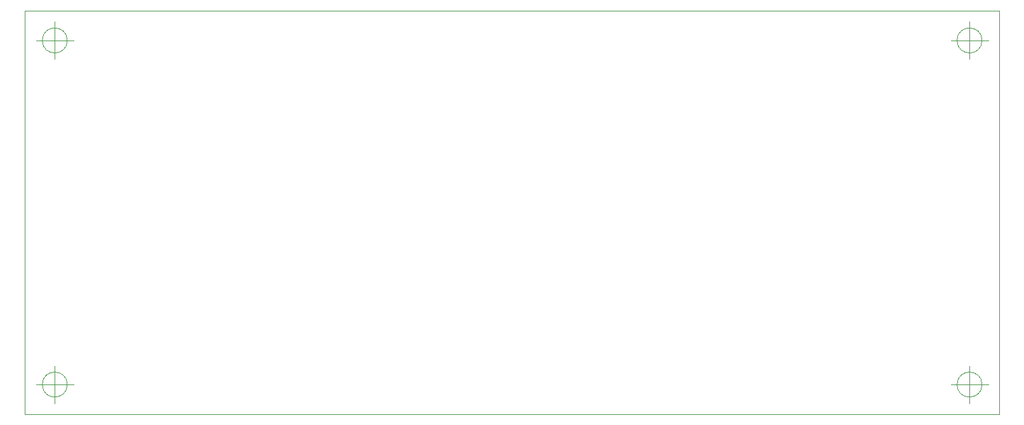
<source format=gbr>
%TF.GenerationSoftware,KiCad,Pcbnew,7.0.2*%
%TF.CreationDate,2023-05-26T12:13:05+09:00*%
%TF.ProjectId,KiCad,4b694361-642e-46b6-9963-61645f706362,rev?*%
%TF.SameCoordinates,PX41cdb40PY67f3540*%
%TF.FileFunction,Profile,NP*%
%FSLAX46Y46*%
G04 Gerber Fmt 4.6, Leading zero omitted, Abs format (unit mm)*
G04 Created by KiCad (PCBNEW 7.0.2) date 2023-05-26 12:13:05*
%MOMM*%
%LPD*%
G01*
G04 APERTURE LIST*
%TA.AperFunction,Profile*%
%ADD10C,0.100000*%
%TD*%
G04 APERTURE END LIST*
D10*
X130000000Y54000000D02*
X0Y54000000D01*
X0Y0D02*
X130000000Y0D01*
X0Y54000000D02*
X0Y0D01*
X130000000Y0D02*
X130000000Y54000000D01*
X5666666Y50000000D02*
G75*
G03*
X5666666Y50000000I-1666666J0D01*
G01*
X1500000Y50000000D02*
X6500000Y50000000D01*
X4000000Y52500000D02*
X4000000Y47500000D01*
X127666666Y4000000D02*
G75*
G03*
X127666666Y4000000I-1666666J0D01*
G01*
X123500000Y4000000D02*
X128500000Y4000000D01*
X126000000Y6500000D02*
X126000000Y1500000D01*
X127666666Y50000000D02*
G75*
G03*
X127666666Y50000000I-1666666J0D01*
G01*
X123500000Y50000000D02*
X128500000Y50000000D01*
X126000000Y52500000D02*
X126000000Y47500000D01*
X5666666Y4000000D02*
G75*
G03*
X5666666Y4000000I-1666666J0D01*
G01*
X1500000Y4000000D02*
X6500000Y4000000D01*
X4000000Y6500000D02*
X4000000Y1500000D01*
M02*

</source>
